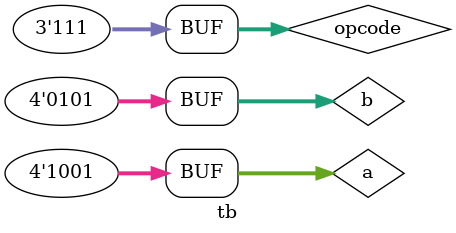
<source format=v>
module tb( );
        reg [3:0] a;
        reg [3:0] b;
        reg [2:0] opcode;
        wire [7:0] result;
        
        ALU uut(a,b,opcode,result);
        
        initial begin
        $monitor(" a = %b | b = %b | opcode = %b | result = %b " ,a,b,opcode,result);
        end
        
        initial begin
         a= 4'b0001; b= 4'b0011;
             opcode = 3'b000;
         #10 opcode = 3'b001;
         #10 opcode = 3'b010;
         #10 opcode = 3'b011;
         #10 opcode = 3'b100;
         #10 opcode = 3'b101;
         #10 opcode = 3'b110;
         #10 opcode = 3'b111;         
         #10  a= 4'b1001; b= 4'b0101;
                  opcode = 3'b000;
              #10 opcode = 3'b001;
              #10 opcode = 3'b010;
              #10 opcode = 3'b011;
              #10 opcode = 3'b100;
              #10 opcode = 3'b101;
              #10 opcode = 3'b110;
              #10 opcode = 3'b111; 
       end
    
    endmodule

</source>
